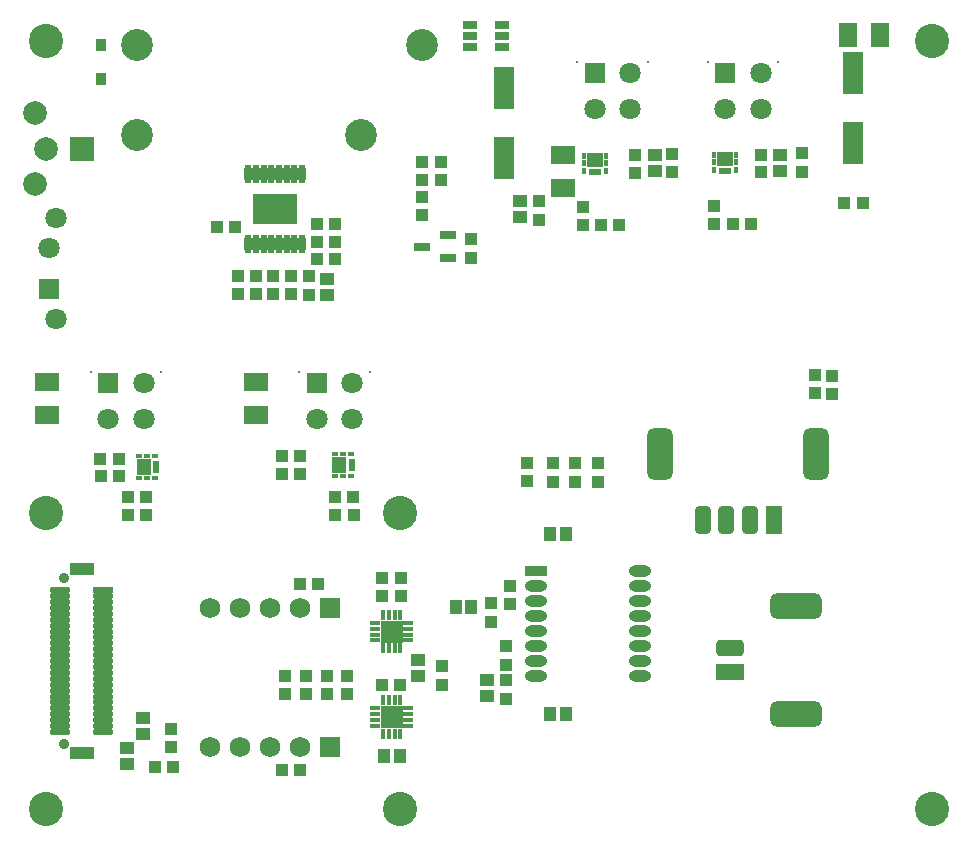
<source format=gts>
G04*
G04 #@! TF.GenerationSoftware,Altium Limited,Altium Designer,19.1.5 (86)*
G04*
G04 Layer_Color=8388736*
%FSLAX25Y25*%
%MOIN*%
G70*
G01*
G75*
%ADD51R,0.04147X0.04147*%
%ADD52R,0.04537X0.04143*%
%ADD53R,0.04143X0.04537*%
%ADD54R,0.04147X0.04147*%
G04:AMPARAMS|DCode=55|XSize=86.74mil|YSize=173.35mil|CornerRadius=23.68mil|HoleSize=0mil|Usage=FLASHONLY|Rotation=180.000|XOffset=0mil|YOffset=0mil|HoleType=Round|Shape=RoundedRectangle|*
%AMROUNDEDRECTD55*
21,1,0.08674,0.12598,0,0,180.0*
21,1,0.03937,0.17335,0,0,180.0*
1,1,0.04737,-0.01968,0.06299*
1,1,0.04737,0.01968,0.06299*
1,1,0.04737,0.01968,-0.06299*
1,1,0.04737,-0.01968,-0.06299*
%
%ADD55ROUNDEDRECTD55*%
G04:AMPARAMS|DCode=56|XSize=55.24mil|YSize=94.61mil|CornerRadius=15.81mil|HoleSize=0mil|Usage=FLASHONLY|Rotation=180.000|XOffset=0mil|YOffset=0mil|HoleType=Round|Shape=RoundedRectangle|*
%AMROUNDEDRECTD56*
21,1,0.05524,0.06299,0,0,180.0*
21,1,0.02362,0.09461,0,0,180.0*
1,1,0.03162,-0.01181,0.03150*
1,1,0.03162,0.01181,0.03150*
1,1,0.03162,0.01181,-0.03150*
1,1,0.03162,-0.01181,-0.03150*
%
%ADD56ROUNDEDRECTD56*%
%ADD57R,0.05524X0.09461*%
%ADD58R,0.03950X0.03950*%
%ADD59R,0.03950X0.03950*%
%ADD60R,0.03910X0.01981*%
%ADD61R,0.01784X0.02375*%
%ADD62R,0.05524X0.04737*%
%ADD63R,0.04537X0.02962*%
%ADD64R,0.05328X0.03162*%
%ADD65R,0.14776X0.10485*%
%ADD66O,0.02572X0.06312*%
%ADD67R,0.03556X0.03950*%
%ADD68R,0.03753X0.01784*%
%ADD69R,0.01784X0.03753*%
%ADD70R,0.07296X0.07296*%
G04:AMPARAMS|DCode=71|XSize=86.74mil|YSize=173.35mil|CornerRadius=23.68mil|HoleSize=0mil|Usage=FLASHONLY|Rotation=90.000|XOffset=0mil|YOffset=0mil|HoleType=Round|Shape=RoundedRectangle|*
%AMROUNDEDRECTD71*
21,1,0.08674,0.12598,0,0,90.0*
21,1,0.03937,0.17335,0,0,90.0*
1,1,0.04737,0.06299,0.01968*
1,1,0.04737,0.06299,-0.01968*
1,1,0.04737,-0.06299,-0.01968*
1,1,0.04737,-0.06299,0.01968*
%
%ADD71ROUNDEDRECTD71*%
%ADD72R,0.09461X0.05524*%
G04:AMPARAMS|DCode=73|XSize=55.24mil|YSize=94.61mil|CornerRadius=15.81mil|HoleSize=0mil|Usage=FLASHONLY|Rotation=90.000|XOffset=0mil|YOffset=0mil|HoleType=Round|Shape=RoundedRectangle|*
%AMROUNDEDRECTD73*
21,1,0.05524,0.06299,0,0,90.0*
21,1,0.02362,0.09461,0,0,90.0*
1,1,0.03162,0.03150,0.01181*
1,1,0.03162,0.03150,-0.01181*
1,1,0.03162,-0.03150,-0.01181*
1,1,0.03162,-0.03150,0.01181*
%
%ADD73ROUNDEDRECTD73*%
%ADD74R,0.07887X0.06312*%
%ADD75R,0.07887X0.03950*%
%ADD76R,0.07099X0.01981*%
%ADD77O,0.07099X0.01981*%
%ADD78O,0.07493X0.03792*%
%ADD79R,0.07493X0.03792*%
%ADD80R,0.06902X0.14383*%
%ADD81R,0.06312X0.07887*%
%ADD82R,0.04737X0.05524*%
%ADD83R,0.02375X0.01784*%
%ADD84R,0.01981X0.03910*%
%ADD85C,0.10642*%
%ADD86C,0.00800*%
%ADD87R,0.07099X0.07099*%
%ADD88C,0.07099*%
%ADD89R,0.07887X0.07887*%
%ADD90C,0.07887*%
%ADD91R,0.06800X0.06800*%
%ADD92C,0.06800*%
%ADD93C,0.03556*%
%ADD94R,0.07099X0.07099*%
%ADD95C,0.11430*%
D51*
X158150Y78248D02*
D03*
Y72146D02*
D03*
X163189Y52657D02*
D03*
Y46555D02*
D03*
X51575Y36516D02*
D03*
Y30413D02*
D03*
X266142Y148357D02*
D03*
Y154459D02*
D03*
X232579Y210790D02*
D03*
Y204688D02*
D03*
X186295Y118898D02*
D03*
Y125000D02*
D03*
X141391Y225381D02*
D03*
Y219279D02*
D03*
X151414Y193504D02*
D03*
Y199606D02*
D03*
X134994Y225492D02*
D03*
Y219390D02*
D03*
X174213Y206201D02*
D03*
Y212303D02*
D03*
X134994Y213853D02*
D03*
Y207751D02*
D03*
X218386Y228088D02*
D03*
Y221986D02*
D03*
X100000Y198720D02*
D03*
Y204823D02*
D03*
X106004D02*
D03*
Y198720D02*
D03*
X97441Y187303D02*
D03*
Y181201D02*
D03*
X91535Y187401D02*
D03*
Y181299D02*
D03*
X85630Y187401D02*
D03*
Y181299D02*
D03*
X79724Y187401D02*
D03*
Y181299D02*
D03*
X73819Y187401D02*
D03*
Y181299D02*
D03*
X141732Y51181D02*
D03*
Y57283D02*
D03*
X110236Y54134D02*
D03*
Y48031D02*
D03*
X103346D02*
D03*
Y54134D02*
D03*
X96457Y48031D02*
D03*
Y54134D02*
D03*
X89567D02*
D03*
Y48031D02*
D03*
X162992Y64016D02*
D03*
Y57913D02*
D03*
X164567Y84055D02*
D03*
Y77953D02*
D03*
X193898Y125000D02*
D03*
Y118898D02*
D03*
X178692Y125000D02*
D03*
Y118898D02*
D03*
X188976Y204429D02*
D03*
Y210531D02*
D03*
X261811Y228305D02*
D03*
Y222202D02*
D03*
D52*
X156693Y52756D02*
D03*
Y47441D02*
D03*
X36710Y24902D02*
D03*
Y30217D02*
D03*
X42126Y40059D02*
D03*
Y34744D02*
D03*
X167891Y207062D02*
D03*
Y212377D02*
D03*
X254488Y222576D02*
D03*
Y227891D02*
D03*
X212655Y222379D02*
D03*
Y227694D02*
D03*
X103445Y181207D02*
D03*
Y186522D02*
D03*
X133858Y59449D02*
D03*
Y54134D02*
D03*
D53*
X151640Y77165D02*
D03*
X146326D02*
D03*
X183071Y101378D02*
D03*
X177756D02*
D03*
X183071Y41339D02*
D03*
X177756D02*
D03*
X127953Y27559D02*
D03*
X122638D02*
D03*
D54*
X46161Y23779D02*
D03*
X52264D02*
D03*
X244781Y204589D02*
D03*
X238679D02*
D03*
X37205Y107795D02*
D03*
X43307D02*
D03*
X27950Y126556D02*
D03*
X34053D02*
D03*
X275886Y211614D02*
D03*
X281988D02*
D03*
X106102Y192941D02*
D03*
X100000D02*
D03*
X66791Y203900D02*
D03*
X72894D02*
D03*
X88386Y22638D02*
D03*
X94488D02*
D03*
X128051Y86614D02*
D03*
X121949D02*
D03*
X128051Y80709D02*
D03*
X121949D02*
D03*
X121850Y51181D02*
D03*
X127953D02*
D03*
X194685Y204331D02*
D03*
X200787D02*
D03*
X37205Y113701D02*
D03*
X43307D02*
D03*
X112401Y107795D02*
D03*
X106299D02*
D03*
X106102Y113701D02*
D03*
X112205D02*
D03*
X94587Y127461D02*
D03*
X88484D02*
D03*
X94488Y84646D02*
D03*
X100591D02*
D03*
D55*
X214567Y127953D02*
D03*
X266535D02*
D03*
D56*
X228740Y105984D02*
D03*
X236614D02*
D03*
X244488D02*
D03*
D57*
X252362D02*
D03*
D58*
X271831Y148160D02*
D03*
Y154066D02*
D03*
X170275Y125000D02*
D03*
Y119094D02*
D03*
X206100Y227657D02*
D03*
Y221752D02*
D03*
X248031Y227891D02*
D03*
Y221986D02*
D03*
D59*
X28147Y120650D02*
D03*
X34053D02*
D03*
X94390Y121555D02*
D03*
X88484D02*
D03*
D60*
X236221Y222419D02*
D03*
X192717Y222087D02*
D03*
D61*
X232579Y227891D02*
D03*
Y225332D02*
D03*
Y222773D02*
D03*
X239862D02*
D03*
Y225332D02*
D03*
Y227891D02*
D03*
X196358Y227559D02*
D03*
Y225000D02*
D03*
Y222441D02*
D03*
X189075D02*
D03*
Y225000D02*
D03*
Y227559D02*
D03*
D62*
X236221Y226513D02*
D03*
X192717Y226181D02*
D03*
D63*
X161870Y263644D02*
D03*
Y267384D02*
D03*
Y271124D02*
D03*
X151122D02*
D03*
Y267384D02*
D03*
Y263644D02*
D03*
D64*
X143852Y193504D02*
D03*
Y200984D02*
D03*
X134994Y197244D02*
D03*
D65*
X86181Y209842D02*
D03*
D66*
X95138Y221457D02*
D03*
X92579D02*
D03*
X90020D02*
D03*
X87461D02*
D03*
X84901D02*
D03*
X82342D02*
D03*
X79783D02*
D03*
X77224D02*
D03*
X95138Y198228D02*
D03*
X92579D02*
D03*
X90020D02*
D03*
X87461D02*
D03*
X84901D02*
D03*
X82342D02*
D03*
X79783D02*
D03*
X77224D02*
D03*
D67*
X28147Y264252D02*
D03*
Y253228D02*
D03*
D68*
X119390Y43307D02*
D03*
Y41339D02*
D03*
Y39370D02*
D03*
Y37402D02*
D03*
X130610D02*
D03*
Y39370D02*
D03*
Y41339D02*
D03*
Y43307D02*
D03*
X119390Y71850D02*
D03*
Y69882D02*
D03*
Y67913D02*
D03*
Y65945D02*
D03*
X130610D02*
D03*
Y67913D02*
D03*
Y69882D02*
D03*
Y71850D02*
D03*
D69*
X122047Y34744D02*
D03*
X124016D02*
D03*
X125984D02*
D03*
X127953D02*
D03*
Y45965D02*
D03*
X125984D02*
D03*
X124016D02*
D03*
X122047D02*
D03*
Y63287D02*
D03*
X124016D02*
D03*
X125984D02*
D03*
X127953D02*
D03*
Y74508D02*
D03*
X125984D02*
D03*
X124016D02*
D03*
X122047D02*
D03*
D70*
X125000Y40354D02*
D03*
Y68898D02*
D03*
D71*
X259842Y77559D02*
D03*
Y41339D02*
D03*
D72*
X237874Y55512D02*
D03*
D73*
Y63386D02*
D03*
D74*
X79724Y141240D02*
D03*
Y152067D02*
D03*
X10211Y141240D02*
D03*
Y152067D02*
D03*
X182087Y227702D02*
D03*
Y216875D02*
D03*
D75*
X21654Y28346D02*
D03*
Y89764D02*
D03*
D76*
X28740Y82677D02*
D03*
D77*
Y80708D02*
D03*
Y78740D02*
D03*
Y76771D02*
D03*
Y74803D02*
D03*
Y72834D02*
D03*
Y70866D02*
D03*
Y68897D02*
D03*
Y66929D02*
D03*
Y64960D02*
D03*
Y62992D02*
D03*
Y61023D02*
D03*
Y59055D02*
D03*
Y57086D02*
D03*
Y55118D02*
D03*
Y53149D02*
D03*
Y51181D02*
D03*
Y49213D02*
D03*
Y47244D02*
D03*
Y45276D02*
D03*
Y43307D02*
D03*
Y41339D02*
D03*
Y39370D02*
D03*
Y37402D02*
D03*
Y35433D02*
D03*
X14567D02*
D03*
Y37402D02*
D03*
Y39370D02*
D03*
Y41339D02*
D03*
Y43307D02*
D03*
Y45276D02*
D03*
Y47244D02*
D03*
Y49213D02*
D03*
Y51181D02*
D03*
Y53149D02*
D03*
Y55118D02*
D03*
Y57086D02*
D03*
Y59055D02*
D03*
Y61023D02*
D03*
Y62992D02*
D03*
Y64960D02*
D03*
Y66929D02*
D03*
Y68897D02*
D03*
Y70866D02*
D03*
Y72834D02*
D03*
Y74803D02*
D03*
Y76771D02*
D03*
Y78740D02*
D03*
Y80708D02*
D03*
Y82677D02*
D03*
D78*
X207677Y54016D02*
D03*
Y59016D02*
D03*
Y64016D02*
D03*
Y69016D02*
D03*
Y74016D02*
D03*
Y79016D02*
D03*
Y84016D02*
D03*
Y89016D02*
D03*
X173228Y54016D02*
D03*
Y59016D02*
D03*
Y64016D02*
D03*
Y69016D02*
D03*
Y74016D02*
D03*
Y79016D02*
D03*
Y84016D02*
D03*
D79*
Y89016D02*
D03*
D80*
X278835Y254921D02*
D03*
Y231693D02*
D03*
X162402Y249943D02*
D03*
Y226714D02*
D03*
D81*
X277067Y267796D02*
D03*
X287894D02*
D03*
D82*
X107579Y124489D02*
D03*
X42323Y123819D02*
D03*
D83*
X106201Y128131D02*
D03*
X108760D02*
D03*
X111319D02*
D03*
Y120847D02*
D03*
X108760D02*
D03*
X106201D02*
D03*
X40945Y127461D02*
D03*
X43504D02*
D03*
X46063D02*
D03*
Y120177D02*
D03*
X43504D02*
D03*
X40945D02*
D03*
D84*
X111673Y124489D02*
D03*
X46417Y123819D02*
D03*
D85*
X40112Y234252D02*
D03*
Y264252D02*
D03*
X134994D02*
D03*
X114915Y234252D02*
D03*
D86*
X230315Y258662D02*
D03*
X253937Y258661D02*
D03*
X210531D02*
D03*
X186909Y258662D02*
D03*
X117717Y155394D02*
D03*
X94094Y155394D02*
D03*
X48298Y155394D02*
D03*
X24676Y155394D02*
D03*
D87*
X236221Y254961D02*
D03*
X192815D02*
D03*
X100000Y151693D02*
D03*
X30582D02*
D03*
D88*
X248031Y254961D02*
D03*
Y243150D02*
D03*
X236221D02*
D03*
X192815D02*
D03*
X204626D02*
D03*
Y254961D02*
D03*
X100000Y139882D02*
D03*
X111811D02*
D03*
Y151693D02*
D03*
X30582Y139882D02*
D03*
X42393D02*
D03*
Y151693D02*
D03*
X13287Y206693D02*
D03*
Y173228D02*
D03*
X10807Y196850D02*
D03*
D89*
X21654Y229606D02*
D03*
D90*
X9843D02*
D03*
X6142Y218189D02*
D03*
Y241811D02*
D03*
D91*
X104488Y30512D02*
D03*
Y76772D02*
D03*
D92*
X94488Y30512D02*
D03*
X84488D02*
D03*
X74488D02*
D03*
X64488D02*
D03*
X94488Y76772D02*
D03*
X84488D02*
D03*
X74488D02*
D03*
X64488D02*
D03*
D93*
X15748Y31299D02*
D03*
Y86811D02*
D03*
D94*
X10807Y183071D02*
D03*
D95*
X9843Y265748D02*
D03*
X305118D02*
D03*
Y9843D02*
D03*
X9843Y108268D02*
D03*
X127953D02*
D03*
Y9843D02*
D03*
X9843D02*
D03*
M02*

</source>
